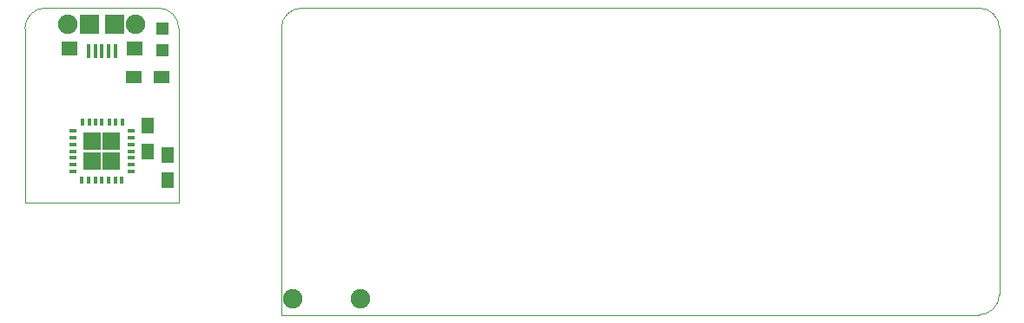
<source format=gtp>
G04 #@! TF.FileFunction,Paste,Top*
%FSLAX46Y46*%
G04 Gerber Fmt 4.6, Leading zero omitted, Abs format (unit mm)*
G04 Created by KiCad (PCBNEW (2014-12-01 BZR 5309)-product) date Thu Dec  4 13:20:49 2014*
%MOMM*%
G01*
G04 APERTURE LIST*
%ADD10C,0.100000*%
%ADD11C,1.905000*%
%ADD12R,1.250000X1.500000*%
%ADD13R,0.406400X1.371600*%
%ADD14R,1.600200X1.422400*%
%ADD15R,1.905000X1.905000*%
%ADD16R,1.500000X1.300000*%
%ADD17R,0.350520X0.800100*%
%ADD18R,0.800100X0.350520*%
%ADD19R,1.701800X1.701800*%
%ADD20R,1.200000X1.200000*%
G04 APERTURE END LIST*
D10*
X120000000Y-60000000D02*
X120000000Y-34000000D01*
X120000000Y-34000000D02*
G75*
G03X118000000Y-32000000I-2000000J0D01*
G01*
X118000000Y-62000000D02*
G75*
G03X120000000Y-60000000I0J2000000D01*
G01*
X52000000Y-32000000D02*
G75*
G03X50000000Y-34000000I0J-2000000D01*
G01*
X50000000Y-62000000D02*
X50000000Y-34000000D01*
X118000000Y-62000000D02*
X50000000Y-62000000D01*
X52000000Y-32000000D02*
X118000000Y-32000000D01*
X25000000Y-34000000D02*
X25000000Y-51000000D01*
X40000000Y-51000000D02*
X40000000Y-48000000D01*
X25000000Y-51000000D02*
X40000000Y-51000000D01*
X40000000Y-48000000D02*
X40000000Y-46000000D01*
X40000000Y-46000000D02*
X40000000Y-34000000D01*
X38000000Y-32000000D02*
X27000000Y-32000000D01*
X40000000Y-34000000D02*
G75*
G03X38000000Y-32000000I-2000000J0D01*
G01*
X27000000Y-32000000D02*
G75*
G03X25000000Y-34000000I0J-2000000D01*
G01*
D11*
X57702000Y-60467000D03*
X51098000Y-60467000D03*
D12*
X36925000Y-46000000D03*
X36925000Y-43500000D03*
X38925000Y-48850000D03*
X38925000Y-46350000D03*
D13*
X32500000Y-36250000D03*
X31849760Y-36250000D03*
X31199520Y-36250000D03*
X33150240Y-36250000D03*
X33800480Y-36250000D03*
D14*
X35675000Y-35996000D03*
X29325000Y-35996000D03*
D15*
X33706500Y-33583000D03*
X31293500Y-33583000D03*
D11*
X35802000Y-33583000D03*
X29198000Y-33583000D03*
D16*
X35650000Y-38800000D03*
X38350000Y-38800000D03*
D17*
X31199520Y-48849880D03*
X31849760Y-48849880D03*
X32500000Y-48849880D03*
X33150240Y-48849880D03*
D18*
X35352420Y-47950720D03*
X35352420Y-47300480D03*
X35352420Y-46650240D03*
X35352420Y-46000000D03*
X35352420Y-45349760D03*
X35352420Y-44699520D03*
X35352420Y-44049280D03*
D17*
X30549280Y-48849880D03*
D19*
X33449960Y-46949960D03*
X31550040Y-46949960D03*
X31550040Y-45050040D03*
X33449960Y-45050040D03*
D17*
X34501520Y-43147580D03*
X33851280Y-43147580D03*
X33201040Y-43147580D03*
X32500000Y-43147580D03*
X31900560Y-43147580D03*
X31250320Y-43147580D03*
X30600080Y-43147580D03*
D18*
X29650120Y-44049280D03*
X29650120Y-44699520D03*
X29650120Y-45349760D03*
X29650120Y-46000000D03*
X29650120Y-46650240D03*
X29650120Y-47300480D03*
X29650120Y-47950720D03*
D17*
X33800480Y-48849880D03*
X34450720Y-48849880D03*
D20*
X38400000Y-36150000D03*
X38400000Y-34050000D03*
M02*

</source>
